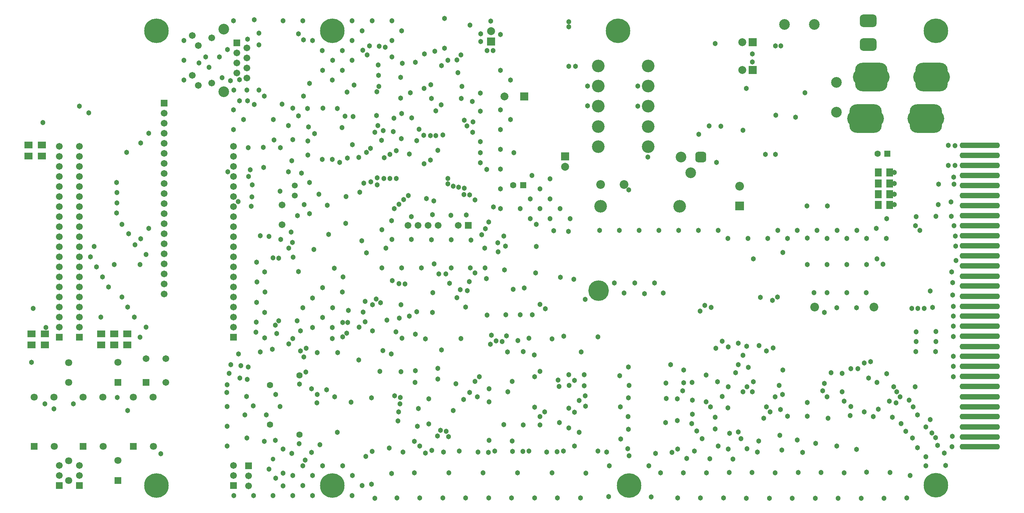
<source format=gbs>
%FSLAX43Y43*%
%MOMM*%
G71*
G01*
G75*
G04 Layer_Color=16711935*
%ADD10C,0.300*%
%ADD11R,1.600X1.800*%
%ADD12R,1.800X1.600*%
%ADD13R,1.000X1.600*%
%ADD14R,5.500X5.400*%
%ADD15R,2.200X0.600*%
%ADD16R,2.200X0.600*%
%ADD17R,0.900X0.950*%
%ADD18R,0.900X0.950*%
%ADD19R,2.400X1.000*%
%ADD20R,2.400X3.300*%
%ADD21R,1.300X0.850*%
G04:AMPARAMS|DCode=22|XSize=1.5mm|YSize=0.25mm|CornerRadius=0mm|HoleSize=0mm|Usage=FLASHONLY|Rotation=315.000|XOffset=0mm|YOffset=0mm|HoleType=Round|Shape=Round|*
%AMOVALD22*
21,1,1.250,0.250,0.000,0.000,315.0*
1,1,0.250,-0.442,0.442*
1,1,0.250,0.442,-0.442*
%
%ADD22OVALD22*%

G04:AMPARAMS|DCode=23|XSize=1.5mm|YSize=0.25mm|CornerRadius=0mm|HoleSize=0mm|Usage=FLASHONLY|Rotation=315.000|XOffset=0mm|YOffset=0mm|HoleType=Round|Shape=Rectangle|*
%AMROTATEDRECTD23*
4,1,4,-0.619,0.442,-0.442,0.619,0.619,-0.442,0.442,-0.619,-0.619,0.442,0.0*
%
%ADD23ROTATEDRECTD23*%

G04:AMPARAMS|DCode=24|XSize=1.5mm|YSize=0.25mm|CornerRadius=0mm|HoleSize=0mm|Usage=FLASHONLY|Rotation=45.000|XOffset=0mm|YOffset=0mm|HoleType=Round|Shape=Round|*
%AMOVALD24*
21,1,1.250,0.250,0.000,0.000,45.0*
1,1,0.250,-0.442,-0.442*
1,1,0.250,0.442,0.442*
%
%ADD24OVALD24*%

%ADD25O,10.000X1.200*%
%ADD26R,0.550X1.450*%
%ADD27R,0.550X1.450*%
%ADD28R,1.550X0.600*%
%ADD29R,7.100X5.500*%
%ADD30R,1.600X1.000*%
%ADD31R,5.500X7.100*%
%ADD32R,1.550X0.600*%
%ADD33R,1.700X0.600*%
%ADD34R,1.700X0.600*%
%ADD35R,0.600X2.200*%
%ADD36R,0.600X2.200*%
%ADD37R,0.850X1.300*%
%ADD38R,4.000X3.000*%
G04:AMPARAMS|DCode=39|XSize=1.55mm|YSize=0.3mm|CornerRadius=0mm|HoleSize=0mm|Usage=FLASHONLY|Rotation=315.000|XOffset=0mm|YOffset=0mm|HoleType=Round|Shape=Rectangle|*
%AMROTATEDRECTD39*
4,1,4,-0.654,0.442,-0.442,0.654,0.654,-0.442,0.442,-0.654,-0.654,0.442,0.0*
%
%ADD39ROTATEDRECTD39*%

G04:AMPARAMS|DCode=40|XSize=1.55mm|YSize=0.3mm|CornerRadius=0mm|HoleSize=0mm|Usage=FLASHONLY|Rotation=45.000|XOffset=0mm|YOffset=0mm|HoleType=Round|Shape=Rectangle|*
%AMROTATEDRECTD40*
4,1,4,-0.442,-0.654,-0.654,-0.442,0.442,0.654,0.654,0.442,-0.442,-0.654,0.0*
%
%ADD40ROTATEDRECTD40*%

G04:AMPARAMS|DCode=41|XSize=1.55mm|YSize=0.3mm|CornerRadius=0mm|HoleSize=0mm|Usage=FLASHONLY|Rotation=315.000|XOffset=0mm|YOffset=0mm|HoleType=Round|Shape=Rectangle|*
%AMROTATEDRECTD41*
4,1,4,-0.654,0.442,-0.442,0.654,0.654,-0.442,0.442,-0.654,-0.654,0.442,0.0*
%
%ADD41ROTATEDRECTD41*%

%ADD42R,2.700X2.500*%
%ADD43R,1.450X0.550*%
%ADD44R,1.450X0.550*%
%ADD45R,1.500X1.500*%
%ADD46R,2.300X2.300*%
%ADD47R,2.400X3.300*%
%ADD48R,2.300X2.300*%
%ADD49C,2.000*%
%ADD50C,1.500*%
%ADD51C,0.600*%
%ADD52C,0.800*%
%ADD53C,1.000*%
%ADD54C,0.400*%
%ADD55C,0.500*%
%ADD56C,0.700*%
%ADD57C,0.250*%
%ADD58C,2.500*%
%ADD59C,2.000*%
G04:AMPARAMS|DCode=60|XSize=2.5mm|YSize=2.5mm|CornerRadius=0.625mm|HoleSize=0mm|Usage=FLASHONLY|Rotation=180.000|XOffset=0mm|YOffset=0mm|HoleType=Round|Shape=RoundedRectangle|*
%AMROUNDEDRECTD60*
21,1,2.500,1.250,0,0,180.0*
21,1,1.250,2.500,0,0,180.0*
1,1,1.250,-0.625,0.625*
1,1,1.250,0.625,0.625*
1,1,1.250,0.625,-0.625*
1,1,1.250,-0.625,-0.625*
%
%ADD60ROUNDEDRECTD60*%
%ADD61C,1.400*%
%ADD62R,1.400X1.400*%
%ADD63R,1.800X1.800*%
%ADD64C,1.800*%
%ADD65R,1.800X1.800*%
%ADD66C,2.600*%
%ADD67R,1.500X1.500*%
%ADD68C,1.500*%
%ADD69C,6.000*%
%ADD70C,4.000*%
%ADD71R,1.600X1.600*%
%ADD72C,1.600*%
%ADD73R,1.600X1.600*%
%ADD74C,5.000*%
%ADD75C,1.300*%
G04:AMPARAMS|DCode=76|XSize=4mm|YSize=3mm|CornerRadius=0.75mm|HoleSize=0mm|Usage=FLASHONLY|Rotation=180.000|XOffset=0mm|YOffset=0mm|HoleType=Round|Shape=RoundedRectangle|*
%AMROUNDEDRECTD76*
21,1,4.000,1.500,0,0,180.0*
21,1,2.500,3.000,0,0,180.0*
1,1,1.500,-1.250,0.750*
1,1,1.500,1.250,0.750*
1,1,1.500,1.250,-0.750*
1,1,1.500,-1.250,-0.750*
%
%ADD76ROUNDEDRECTD76*%
G04:AMPARAMS|DCode=77|XSize=8mm|YSize=7mm|CornerRadius=1.75mm|HoleSize=0mm|Usage=FLASHONLY|Rotation=180.000|XOffset=0mm|YOffset=0mm|HoleType=Round|Shape=RoundedRectangle|*
%AMROUNDEDRECTD77*
21,1,8.000,3.500,0,0,180.0*
21,1,4.500,7.000,0,0,180.0*
1,1,3.500,-2.250,1.750*
1,1,3.500,2.250,1.750*
1,1,3.500,2.250,-1.750*
1,1,3.500,-2.250,-1.750*
%
%ADD77ROUNDEDRECTD77*%
%ADD78R,2.000X2.000*%
%ADD79C,3.000*%
%ADD80C,1.000*%
%ADD81C,1.100*%
%ADD82R,1.803X2.003*%
%ADD83R,2.003X1.803*%
%ADD84R,1.203X1.803*%
%ADD85R,5.703X5.603*%
%ADD86R,2.403X0.803*%
%ADD87R,2.403X0.803*%
%ADD88R,1.103X1.153*%
%ADD89R,1.103X1.153*%
%ADD90R,2.603X1.203*%
%ADD91R,2.603X3.503*%
%ADD92R,1.503X1.053*%
G04:AMPARAMS|DCode=93|XSize=1.703mm|YSize=0.453mm|CornerRadius=0mm|HoleSize=0mm|Usage=FLASHONLY|Rotation=315.000|XOffset=0mm|YOffset=0mm|HoleType=Round|Shape=Round|*
%AMOVALD93*
21,1,1.250,0.453,0.000,0.000,315.0*
1,1,0.453,-0.442,0.442*
1,1,0.453,0.442,-0.442*
%
%ADD93OVALD93*%

G04:AMPARAMS|DCode=94|XSize=1.703mm|YSize=0.453mm|CornerRadius=0mm|HoleSize=0mm|Usage=FLASHONLY|Rotation=315.000|XOffset=0mm|YOffset=0mm|HoleType=Round|Shape=Rectangle|*
%AMROTATEDRECTD94*
4,1,4,-0.762,0.442,-0.442,0.762,0.762,-0.442,0.442,-0.762,-0.762,0.442,0.0*
%
%ADD94ROTATEDRECTD94*%

G04:AMPARAMS|DCode=95|XSize=1.703mm|YSize=0.453mm|CornerRadius=0mm|HoleSize=0mm|Usage=FLASHONLY|Rotation=45.000|XOffset=0mm|YOffset=0mm|HoleType=Round|Shape=Round|*
%AMOVALD95*
21,1,1.250,0.453,0.000,0.000,45.0*
1,1,0.453,-0.442,-0.442*
1,1,0.453,0.442,0.442*
%
%ADD95OVALD95*%

%ADD96O,10.203X1.403*%
%ADD97R,0.753X1.653*%
%ADD98R,0.753X1.653*%
%ADD99R,1.753X0.803*%
%ADD100R,7.303X5.703*%
%ADD101R,1.803X1.203*%
%ADD102R,5.703X7.303*%
%ADD103R,1.753X0.803*%
%ADD104R,1.903X0.803*%
%ADD105R,1.903X0.803*%
%ADD106R,0.803X2.403*%
%ADD107R,0.803X2.403*%
%ADD108R,1.053X1.503*%
%ADD109R,4.203X3.203*%
G04:AMPARAMS|DCode=110|XSize=1.753mm|YSize=0.503mm|CornerRadius=0mm|HoleSize=0mm|Usage=FLASHONLY|Rotation=315.000|XOffset=0mm|YOffset=0mm|HoleType=Round|Shape=Rectangle|*
%AMROTATEDRECTD110*
4,1,4,-0.798,0.442,-0.442,0.798,0.798,-0.442,0.442,-0.798,-0.798,0.442,0.0*
%
%ADD110ROTATEDRECTD110*%

G04:AMPARAMS|DCode=111|XSize=1.753mm|YSize=0.503mm|CornerRadius=0mm|HoleSize=0mm|Usage=FLASHONLY|Rotation=45.000|XOffset=0mm|YOffset=0mm|HoleType=Round|Shape=Rectangle|*
%AMROTATEDRECTD111*
4,1,4,-0.442,-0.798,-0.798,-0.442,0.442,0.798,0.798,0.442,-0.442,-0.798,0.0*
%
%ADD111ROTATEDRECTD111*%

G04:AMPARAMS|DCode=112|XSize=1.753mm|YSize=0.503mm|CornerRadius=0mm|HoleSize=0mm|Usage=FLASHONLY|Rotation=315.000|XOffset=0mm|YOffset=0mm|HoleType=Round|Shape=Rectangle|*
%AMROTATEDRECTD112*
4,1,4,-0.798,0.442,-0.442,0.798,0.798,-0.442,0.442,-0.798,-0.798,0.442,0.0*
%
%ADD112ROTATEDRECTD112*%

%ADD113R,2.903X2.703*%
%ADD114R,1.653X0.753*%
%ADD115R,1.653X0.753*%
%ADD116R,1.703X1.703*%
%ADD117R,2.503X2.503*%
%ADD118R,2.603X3.503*%
%ADD119R,2.503X2.503*%
%ADD120C,2.703*%
%ADD121C,2.203*%
G04:AMPARAMS|DCode=122|XSize=2.703mm|YSize=2.703mm|CornerRadius=0.727mm|HoleSize=0mm|Usage=FLASHONLY|Rotation=180.000|XOffset=0mm|YOffset=0mm|HoleType=Round|Shape=RoundedRectangle|*
%AMROUNDEDRECTD122*
21,1,2.703,1.250,0,0,180.0*
21,1,1.250,2.703,0,0,180.0*
1,1,1.453,-0.625,0.625*
1,1,1.453,0.625,0.625*
1,1,1.453,0.625,-0.625*
1,1,1.453,-0.625,-0.625*
%
%ADD122ROUNDEDRECTD122*%
%ADD123C,1.603*%
%ADD124R,1.603X1.603*%
%ADD125R,2.003X2.003*%
%ADD126C,2.003*%
%ADD127R,2.003X2.003*%
%ADD128C,2.803*%
%ADD129R,1.703X1.703*%
%ADD130C,1.703*%
%ADD131C,6.203*%
%ADD132C,4.203*%
%ADD133R,1.803X1.803*%
%ADD134C,1.803*%
%ADD135R,1.803X1.803*%
%ADD136C,5.203*%
%ADD137C,1.503*%
G04:AMPARAMS|DCode=138|XSize=4.203mm|YSize=3.203mm|CornerRadius=0.852mm|HoleSize=0mm|Usage=FLASHONLY|Rotation=180.000|XOffset=0mm|YOffset=0mm|HoleType=Round|Shape=RoundedRectangle|*
%AMROUNDEDRECTD138*
21,1,4.203,1.500,0,0,180.0*
21,1,2.500,3.203,0,0,180.0*
1,1,1.703,-1.250,0.750*
1,1,1.703,1.250,0.750*
1,1,1.703,1.250,-0.750*
1,1,1.703,-1.250,-0.750*
%
%ADD138ROUNDEDRECTD138*%
G04:AMPARAMS|DCode=139|XSize=8.203mm|YSize=7.203mm|CornerRadius=1.852mm|HoleSize=0mm|Usage=FLASHONLY|Rotation=180.000|XOffset=0mm|YOffset=0mm|HoleType=Round|Shape=RoundedRectangle|*
%AMROUNDEDRECTD139*
21,1,8.203,3.500,0,0,180.0*
21,1,4.500,7.203,0,0,180.0*
1,1,3.703,-2.250,1.750*
1,1,3.703,2.250,1.750*
1,1,3.703,2.250,-1.750*
1,1,3.703,-2.250,-1.750*
%
%ADD139ROUNDEDRECTD139*%
%ADD140R,2.203X2.203*%
%ADD141C,3.203*%
%ADD142C,1.203*%
%ADD143C,1.303*%
D82*
X210812Y84193D02*
D03*
X208012D02*
D03*
X210812Y81393D02*
D03*
X208012D02*
D03*
X210812Y78693D02*
D03*
X208012D02*
D03*
X210812Y75993D02*
D03*
X208012D02*
D03*
D83*
X-3443Y88312D02*
D03*
X-6057Y43388D02*
D03*
Y40588D02*
D03*
X-2657Y43388D02*
D03*
Y40588D02*
D03*
X11509Y43388D02*
D03*
Y40588D02*
D03*
X18125Y43388D02*
D03*
Y40588D02*
D03*
X14817Y43388D02*
D03*
Y40588D02*
D03*
X-6857Y91088D02*
D03*
X-6857Y88288D02*
D03*
X-3443Y91112D02*
D03*
D96*
X233589Y37650D02*
D03*
Y32575D02*
D03*
Y91000D02*
D03*
X233589Y88450D02*
D03*
Y85925D02*
D03*
Y83375D02*
D03*
Y80850D02*
D03*
Y73200D02*
D03*
X233589Y40175D02*
D03*
Y35100D02*
D03*
Y30050D02*
D03*
Y27475D02*
D03*
Y24925D02*
D03*
Y22400D02*
D03*
Y19850D02*
D03*
Y17300D02*
D03*
Y14800D02*
D03*
Y45275D02*
D03*
Y42725D02*
D03*
Y52875D02*
D03*
X233589Y47825D02*
D03*
X233589Y50325D02*
D03*
X233589Y55425D02*
D03*
X233589Y68125D02*
D03*
Y65600D02*
D03*
X233589Y63075D02*
D03*
Y60500D02*
D03*
Y57950D02*
D03*
Y70675D02*
D03*
X233589Y78300D02*
D03*
X233589Y75750D02*
D03*
D116*
X104300Y70808D02*
D03*
X27450Y101700D02*
D03*
X45850Y116945D02*
D03*
D120*
X191800Y121600D02*
D03*
X184300D02*
D03*
X158100Y88100D02*
D03*
X160600Y84100D02*
D03*
X42500Y104600D02*
D03*
Y120400D02*
D03*
X197400Y106900D02*
D03*
Y99400D02*
D03*
D121*
X137800Y81100D02*
D03*
X143700D02*
D03*
X206897Y50112D02*
D03*
X191897D02*
D03*
X172900Y80700D02*
D03*
D122*
X163100Y88100D02*
D03*
D123*
X115688Y80909D02*
D03*
X54190Y30394D02*
D03*
Y20394D02*
D03*
X61690Y17894D02*
D03*
Y32894D02*
D03*
X207799Y88900D02*
D03*
D124*
X118188Y80909D02*
D03*
X210299Y88900D02*
D03*
D125*
X110100Y117300D02*
D03*
X128800Y88200D02*
D03*
D126*
X110100Y119900D02*
D03*
X113500Y103400D02*
D03*
X173600Y117100D02*
D03*
X173600Y110100D02*
D03*
X128800Y85600D02*
D03*
D127*
X118500Y103400D02*
D03*
X176200Y117100D02*
D03*
X176200Y110100D02*
D03*
D129*
X6039Y4991D02*
D03*
X45000Y42500D02*
D03*
Y5000D02*
D03*
X6050Y42500D02*
D03*
X48800Y10000D02*
D03*
X989Y4991D02*
D03*
X22851Y31091D02*
D03*
X1000Y42500D02*
D03*
D130*
X6039Y7531D02*
D03*
Y10071D02*
D03*
X101760Y70808D02*
D03*
X96680D02*
D03*
X94140D02*
D03*
X91600D02*
D03*
X89060D02*
D03*
X45000Y83140D02*
D03*
Y80600D02*
D03*
Y85680D02*
D03*
Y72980D02*
D03*
Y75520D02*
D03*
Y65360D02*
D03*
Y45040D02*
D03*
Y47580D02*
D03*
Y50120D02*
D03*
Y52660D02*
D03*
Y55200D02*
D03*
Y57740D02*
D03*
Y60280D02*
D03*
Y62820D02*
D03*
Y67900D02*
D03*
Y70440D02*
D03*
Y78060D02*
D03*
Y90760D02*
D03*
Y88220D02*
D03*
Y7540D02*
D03*
Y10080D02*
D03*
X6050Y90760D02*
D03*
Y88220D02*
D03*
Y85680D02*
D03*
Y83140D02*
D03*
Y80600D02*
D03*
Y78060D02*
D03*
Y75520D02*
D03*
Y72980D02*
D03*
Y70440D02*
D03*
Y67900D02*
D03*
Y65360D02*
D03*
Y62820D02*
D03*
Y60280D02*
D03*
Y57740D02*
D03*
Y55200D02*
D03*
Y52660D02*
D03*
Y50120D02*
D03*
Y47580D02*
D03*
Y45040D02*
D03*
X27450Y53440D02*
D03*
Y55980D02*
D03*
Y58520D02*
D03*
Y61060D02*
D03*
Y63600D02*
D03*
Y66140D02*
D03*
Y68680D02*
D03*
Y71220D02*
D03*
Y73760D02*
D03*
Y76300D02*
D03*
Y78840D02*
D03*
Y81380D02*
D03*
Y83920D02*
D03*
Y86460D02*
D03*
Y89000D02*
D03*
Y91540D02*
D03*
Y94080D02*
D03*
Y96620D02*
D03*
Y99160D02*
D03*
X48800Y4920D02*
D03*
Y7460D02*
D03*
X1000Y80600D02*
D03*
X989Y10071D02*
D03*
Y7531D02*
D03*
X48400Y115675D02*
D03*
X45850Y114405D02*
D03*
X48400Y113135D02*
D03*
X45850Y111865D02*
D03*
X48400Y110595D02*
D03*
X45850Y109325D02*
D03*
X48400Y108055D02*
D03*
X34600Y118810D02*
D03*
X36120Y116270D02*
D03*
X34600Y108700D02*
D03*
X36120Y106190D02*
D03*
X39500Y106800D02*
D03*
Y118200D02*
D03*
X57300Y70942D02*
D03*
X57300Y75942D02*
D03*
X27851Y31091D02*
D03*
X22851Y37091D02*
D03*
X27851D02*
D03*
X1000Y45040D02*
D03*
Y47580D02*
D03*
Y50120D02*
D03*
Y52660D02*
D03*
Y55200D02*
D03*
Y57740D02*
D03*
Y60280D02*
D03*
Y62820D02*
D03*
Y65360D02*
D03*
Y67900D02*
D03*
Y70440D02*
D03*
Y72980D02*
D03*
X1000Y75520D02*
D03*
X1000Y78060D02*
D03*
Y83140D02*
D03*
Y85680D02*
D03*
Y88220D02*
D03*
Y90760D02*
D03*
D131*
X25550Y120000D02*
D03*
Y5000D02*
D03*
X222500Y120000D02*
D03*
Y5050D02*
D03*
X70000Y120000D02*
D03*
Y5000D02*
D03*
X142200Y120000D02*
D03*
X145000Y5000D02*
D03*
D132*
X223960Y108300D02*
D03*
X218880D02*
D03*
X208720D02*
D03*
X203640D02*
D03*
X222540Y97800D02*
D03*
X217460D02*
D03*
X207300D02*
D03*
X202220D02*
D03*
D133*
X15809Y31103D02*
D03*
Y6303D02*
D03*
D134*
X15809Y36183D02*
D03*
X3309Y31103D02*
D03*
Y36103D02*
D03*
X15809Y11383D02*
D03*
X3309Y6303D02*
D03*
Y11303D02*
D03*
X12083Y14891D02*
D03*
X7003Y27391D02*
D03*
X12003D02*
D03*
X24703D02*
D03*
X19703D02*
D03*
X24783Y14891D02*
D03*
X-397Y27391D02*
D03*
X-5397D02*
D03*
X-317Y14891D02*
D03*
D135*
X7003D02*
D03*
X19703Y14891D02*
D03*
X-5397D02*
D03*
D136*
X137305Y54291D02*
D03*
D137*
X60505Y80849D02*
D03*
Y78349D02*
D03*
D138*
X205400Y116500D02*
D03*
Y122500D02*
D03*
D139*
X221420Y108300D02*
D03*
X206180D02*
D03*
X220000Y97800D02*
D03*
X204760D02*
D03*
D140*
X172900Y75700D02*
D03*
D141*
X137200Y111100D02*
D03*
X149800D02*
D03*
Y106000D02*
D03*
X137200Y100900D02*
D03*
X149800D02*
D03*
X137200Y95800D02*
D03*
X149800D02*
D03*
X137200Y90700D02*
D03*
X149800D02*
D03*
X137200Y106000D02*
D03*
X157800Y75600D02*
D03*
X137800D02*
D03*
D142*
X55000Y11700D02*
D03*
D143*
X221400Y106000D02*
D03*
X221300Y110500D02*
D03*
X220100Y95700D02*
D03*
X219900Y100100D02*
D03*
X204800Y95700D02*
D03*
X204700Y100000D02*
D03*
X206000Y106000D02*
D03*
X206100Y110600D02*
D03*
X189900Y75700D02*
D03*
X206800Y116600D02*
D03*
X204000Y122500D02*
D03*
X206800D02*
D03*
X204000Y116600D02*
D03*
X179400Y88700D02*
D03*
X182100Y98600D02*
D03*
X173800Y94800D02*
D03*
X147200Y100900D02*
D03*
Y106000D02*
D03*
X129700Y111000D02*
D03*
X131400D02*
D03*
X144900Y79800D02*
D03*
X149700Y88100D02*
D03*
X110599Y115000D02*
D03*
X227400Y85925D02*
D03*
X225700Y91000D02*
D03*
X59700Y13150D02*
D03*
X61100Y46650D02*
D03*
X52550Y90500D02*
D03*
X43300Y28550D02*
D03*
X48250Y27500D02*
D03*
X43400Y24950D02*
D03*
X47850Y22900D02*
D03*
X53300Y22850D02*
D03*
X48350Y17000D02*
D03*
X43400Y20000D02*
D03*
Y15000D02*
D03*
X96600Y31950D02*
D03*
X86900Y47350D02*
D03*
X83800Y46800D02*
D03*
X104100Y54250D02*
D03*
X89400Y88850D02*
D03*
X96600Y89750D02*
D03*
X98350Y115600D02*
D03*
X98300Y123150D02*
D03*
X109050Y48100D02*
D03*
X132850Y38800D02*
D03*
X158750Y31000D02*
D03*
X158799Y34250D02*
D03*
X153600Y53650D02*
D03*
X137501Y69500D02*
D03*
X142501D02*
D03*
X147500Y69550D02*
D03*
X152500Y69500D02*
D03*
X157551Y69500D02*
D03*
X162501D02*
D03*
X167501D02*
D03*
X170000Y67500D02*
D03*
X175000D02*
D03*
X179999Y67500D02*
D03*
X182551Y69500D02*
D03*
X184999Y67500D02*
D03*
X187500Y69500D02*
D03*
X189999Y67550D02*
D03*
X192500Y69550D02*
D03*
X195050Y67500D02*
D03*
X210000D02*
D03*
X207500Y70000D02*
D03*
X205000Y67500D02*
D03*
X202551Y69500D02*
D03*
X200050Y67500D02*
D03*
X197551Y69500D02*
D03*
X210050Y72500D02*
D03*
X209200Y60950D02*
D03*
X205050Y60850D02*
D03*
X200000Y60900D02*
D03*
X195000D02*
D03*
X190050D02*
D03*
X204950Y53750D02*
D03*
X200000D02*
D03*
X195050D02*
D03*
X202500Y49950D02*
D03*
X197450D02*
D03*
X171900Y33500D02*
D03*
X193950Y29000D02*
D03*
X189999Y26000D02*
D03*
X190000Y22500D02*
D03*
X184999Y22500D02*
D03*
X224999Y10050D02*
D03*
X219999Y10000D02*
D03*
X226599Y14800D02*
D03*
X226699Y17450D02*
D03*
X222550Y43950D02*
D03*
X217500Y43900D02*
D03*
X222550Y41400D02*
D03*
X217500D02*
D03*
X222450Y38900D02*
D03*
X217450D02*
D03*
X221700Y50050D02*
D03*
X221100Y54150D02*
D03*
X226800Y53200D02*
D03*
X118100Y13600D02*
D03*
X129750Y33000D02*
D03*
X129800Y30350D02*
D03*
X118200Y38900D02*
D03*
X114000Y42850D02*
D03*
X120550Y48200D02*
D03*
X117500D02*
D03*
X113800Y48200D02*
D03*
X118500Y54950D02*
D03*
X127600Y57650D02*
D03*
X113750Y65500D02*
D03*
X113350Y68100D02*
D03*
X120450Y83400D02*
D03*
X125000Y82550D02*
D03*
X122500Y80000D02*
D03*
X125000Y77450D02*
D03*
X120000Y77500D02*
D03*
Y72500D02*
D03*
X125000Y72500D02*
D03*
X130050Y72500D02*
D03*
X127500Y75050D02*
D03*
X122450Y75000D02*
D03*
X117500D02*
D03*
X112500Y119050D02*
D03*
X107450Y119200D02*
D03*
X110000Y122400D02*
D03*
X115050Y97500D02*
D03*
X115000Y107500D02*
D03*
X112500Y110000D02*
D03*
Y100000D02*
D03*
X112500Y95000D02*
D03*
Y90000D02*
D03*
Y85000D02*
D03*
Y75000D02*
D03*
X112500Y80000D02*
D03*
X103850Y73450D02*
D03*
X95250Y73500D02*
D03*
X99950Y73300D02*
D03*
X89950Y73000D02*
D03*
X82500Y69650D02*
D03*
X84950Y72000D02*
D03*
X85000Y67200D02*
D03*
X89950Y67200D02*
D03*
X95000Y67150D02*
D03*
X100000D02*
D03*
X105000Y67050D02*
D03*
X113450Y59500D02*
D03*
X108550Y60000D02*
D03*
X104850Y60000D02*
D03*
X100000D02*
D03*
X92500Y60050D02*
D03*
X87500D02*
D03*
X82500Y60000D02*
D03*
X91300Y48950D02*
D03*
X78300Y46400D02*
D03*
X74050Y49300D02*
D03*
X78300Y51550D02*
D03*
X70000Y44950D02*
D03*
X70050Y50000D02*
D03*
X67550Y47500D02*
D03*
X65000Y44950D02*
D03*
X62500Y50000D02*
D03*
X65000Y52450D02*
D03*
X67550Y55000D02*
D03*
X32500Y107500D02*
D03*
X32500Y117500D02*
D03*
Y112500D02*
D03*
X71200Y100350D02*
D03*
X67600Y100400D02*
D03*
X63700Y100350D02*
D03*
X60000Y100450D02*
D03*
X57300Y101450D02*
D03*
X52800Y103500D02*
D03*
X63800Y92150D02*
D03*
X63950Y95700D02*
D03*
X58900Y96000D02*
D03*
X55050Y97500D02*
D03*
X45050Y105000D02*
D03*
X47550Y97500D02*
D03*
X45000Y100000D02*
D03*
X45000Y95000D02*
D03*
X48700Y90450D02*
D03*
X51750Y68200D02*
D03*
X52800Y16200D02*
D03*
X54000Y9150D02*
D03*
X45050Y2500D02*
D03*
X50050D02*
D03*
X55000D02*
D03*
X57500Y4950D02*
D03*
X60000Y2500D02*
D03*
Y7500D02*
D03*
X62500Y10000D02*
D03*
Y5000D02*
D03*
X64950Y2500D02*
D03*
X65000Y7550D02*
D03*
X67500Y10000D02*
D03*
X72550Y10000D02*
D03*
X75050Y7500D02*
D03*
X77500Y5000D02*
D03*
X75000Y2500D02*
D03*
X66800Y15350D02*
D03*
X61600Y15550D02*
D03*
X43900Y33400D02*
D03*
X46600Y32150D02*
D03*
X55950Y43400D02*
D03*
X52850Y42300D02*
D03*
X51800Y38800D02*
D03*
X50650Y43800D02*
D03*
X50750Y46300D02*
D03*
X52900Y48800D02*
D03*
X50800Y51350D02*
D03*
X52950Y53900D02*
D03*
X50900Y56450D02*
D03*
X52900Y59000D02*
D03*
X50850Y61500D02*
D03*
X61450Y59100D02*
D03*
X59900Y66450D02*
D03*
X64200Y73750D02*
D03*
X52600Y85450D02*
D03*
X59700Y87150D02*
D03*
X62150Y84000D02*
D03*
X58850Y84300D02*
D03*
X49650Y78000D02*
D03*
X49700Y81000D02*
D03*
X48550Y102300D02*
D03*
X48400Y104950D02*
D03*
X48550Y117900D02*
D03*
X65000Y117500D02*
D03*
X67450Y115000D02*
D03*
X85050Y117500D02*
D03*
X87500Y120000D02*
D03*
X85000Y122500D02*
D03*
X75000Y122550D02*
D03*
X80000Y122500D02*
D03*
X77500Y120000D02*
D03*
X75000Y117500D02*
D03*
X72500Y115000D02*
D03*
X67500Y110000D02*
D03*
X70050Y112500D02*
D03*
X75000D02*
D03*
X72500Y110000D02*
D03*
X70000Y107500D02*
D03*
X73700Y104500D02*
D03*
X75050Y91200D02*
D03*
X69950Y87500D02*
D03*
X67450D02*
D03*
X63750Y88600D02*
D03*
X60000Y92500D02*
D03*
X64200Y106650D02*
D03*
X57500Y122500D02*
D03*
X62500D02*
D03*
X45000D02*
D03*
X42150Y108100D02*
D03*
X38800Y110750D02*
D03*
X38000Y113400D02*
D03*
X41400D02*
D03*
X43500Y115200D02*
D03*
X55250Y92400D02*
D03*
X55550Y16400D02*
D03*
X55700Y28050D02*
D03*
X66150D02*
D03*
Y38600D02*
D03*
X71350D02*
D03*
X83550Y65000D02*
D03*
X108500D02*
D03*
X75450Y106300D02*
D03*
X81700Y105900D02*
D03*
X93150Y105450D02*
D03*
X227450Y68100D02*
D03*
X59550Y69100D02*
D03*
X53950Y68000D02*
D03*
X54800Y39500D02*
D03*
X63400Y39700D02*
D03*
X63150Y11450D02*
D03*
X65450Y93950D02*
D03*
X62850Y76050D02*
D03*
X46500Y102250D02*
D03*
X77750Y48900D02*
D03*
X82200Y51250D02*
D03*
X108950Y57350D02*
D03*
X110650Y75450D02*
D03*
X85650Y75050D02*
D03*
X77900Y81450D02*
D03*
X64250Y81600D02*
D03*
X61150Y73250D02*
D03*
X80100Y50750D02*
D03*
Y44100D02*
D03*
X26650Y13050D02*
D03*
X46200Y76800D02*
D03*
X46300Y38300D02*
D03*
X62800Y37500D02*
D03*
X63250Y33700D02*
D03*
X81950Y33900D02*
D03*
X43350Y30450D02*
D03*
X92050Y15000D02*
D03*
X49450Y75600D02*
D03*
X48450Y31800D02*
D03*
X64750Y29500D02*
D03*
X55000Y62550D02*
D03*
X55550Y45550D02*
D03*
X56450Y46650D02*
D03*
Y62500D02*
D03*
X56750Y25007D02*
D03*
X56900Y67250D02*
D03*
X55650Y6900D02*
D03*
X60000Y42150D02*
D03*
X60021Y62779D02*
D03*
X58950Y40800D02*
D03*
Y65050D02*
D03*
X56850Y90400D02*
D03*
X93200Y86350D02*
D03*
X97900Y93650D02*
D03*
X95650Y76950D02*
D03*
X86850Y76150D02*
D03*
X79700Y81800D02*
D03*
X93800Y77550D02*
D03*
X88000Y77300D02*
D03*
X81300Y81050D02*
D03*
X107700Y68450D02*
D03*
X96900Y58500D02*
D03*
X85100Y56800D02*
D03*
X81050Y52150D02*
D03*
X98700Y58550D02*
D03*
X86850Y56050D02*
D03*
X87300Y50750D02*
D03*
X108700Y69900D02*
D03*
X107500Y117300D02*
D03*
X109500Y71600D02*
D03*
X71850Y86700D02*
D03*
X8400Y99250D02*
D03*
X6050Y100950D02*
D03*
X50200Y101350D02*
D03*
Y122800D02*
D03*
X36300Y111850D02*
D03*
X51400Y116450D02*
D03*
X46550Y107600D02*
D03*
X61450Y98450D02*
D03*
Y119250D02*
D03*
X82750Y39100D02*
D03*
X97600Y39250D02*
D03*
X61950Y44100D02*
D03*
Y39000D02*
D03*
X84900Y38300D02*
D03*
X81300Y82800D02*
D03*
X89200Y78350D02*
D03*
X106050Y77200D02*
D03*
X106050Y58750D02*
D03*
X88350Y55950D02*
D03*
X73900Y46200D02*
D03*
X73600Y43550D02*
D03*
X86050Y43900D02*
D03*
X72550Y46200D02*
D03*
Y42600D02*
D03*
X91000Y43300D02*
D03*
X89450Y47800D02*
D03*
X95300Y48750D02*
D03*
X56800Y79450D02*
D03*
X57550Y14250D02*
D03*
X57500Y8100D02*
D03*
X43550Y84350D02*
D03*
X44350Y35600D02*
D03*
X76750Y45050D02*
D03*
X76650Y36750D02*
D03*
X50000Y25150D02*
D03*
X101450Y52500D02*
D03*
X102300Y54500D02*
D03*
X104600Y56600D02*
D03*
X99600Y56100D02*
D03*
X51450Y104950D02*
D03*
X51400Y119400D02*
D03*
X62650Y103500D02*
D03*
Y117700D02*
D03*
X44200Y107350D02*
D03*
X95400Y53800D02*
D03*
X95700Y61050D02*
D03*
X46850Y35300D02*
D03*
X49250Y84850D02*
D03*
X48800Y83150D02*
D03*
X48750Y35000D02*
D03*
X83050Y87900D02*
D03*
X83000Y82650D02*
D03*
X84550Y88700D02*
D03*
Y82650D02*
D03*
X86100Y89700D02*
D03*
Y82650D02*
D03*
X104650Y78500D02*
D03*
X103250Y78600D02*
D03*
X103300Y80150D02*
D03*
X101900Y80450D02*
D03*
X100500Y80700D02*
D03*
X99200Y81250D02*
D03*
X99150Y82600D02*
D03*
X61700Y30650D02*
D03*
X218450Y69500D02*
D03*
X217400Y70700D02*
D03*
X227150D02*
D03*
X227500Y65550D02*
D03*
X111750Y66350D02*
D03*
X111900Y64100D02*
D03*
X121400Y58800D02*
D03*
X131000Y57150D02*
D03*
X129650Y69250D02*
D03*
X226800Y56300D02*
D03*
X191750Y53800D02*
D03*
X219550Y49750D02*
D03*
X217950Y49800D02*
D03*
X216400D02*
D03*
X182500Y52700D02*
D03*
X178200Y52550D02*
D03*
X181200Y51800D02*
D03*
X194350Y48750D02*
D03*
X226950Y50300D02*
D03*
X164150Y50550D02*
D03*
X165750Y50050D02*
D03*
X226900Y47800D02*
D03*
X162950Y49150D02*
D03*
X226900Y45300D02*
D03*
Y42700D02*
D03*
Y37650D02*
D03*
X112900Y41400D02*
D03*
X119650Y42250D02*
D03*
X226900Y35150D02*
D03*
X166900Y39750D02*
D03*
X168550Y41450D02*
D03*
X125500Y8200D02*
D03*
Y42100D02*
D03*
X155500Y35600D02*
D03*
X172550D02*
D03*
Y41000D02*
D03*
X226900Y32500D02*
D03*
X206000Y36300D02*
D03*
X177850Y40350D02*
D03*
X204450Y36000D02*
D03*
X201050Y34550D02*
D03*
X198800Y33400D02*
D03*
X194350Y30850D02*
D03*
X183250Y24250D02*
D03*
X195000Y27450D02*
D03*
X217300Y30000D02*
D03*
X215750Y26600D02*
D03*
X216750Y24900D02*
D03*
X217900Y22850D02*
D03*
X220000Y19850D02*
D03*
X-3200Y96750D02*
D03*
X23600Y94100D02*
D03*
X23550Y70000D02*
D03*
X21550Y91600D02*
D03*
Y67400D02*
D03*
X18000Y89250D02*
D03*
X9750Y65450D02*
D03*
X15450Y81600D02*
D03*
X8800Y62850D02*
D03*
X15500Y79050D02*
D03*
X10350Y60300D02*
D03*
X15500Y76500D02*
D03*
X11850Y57750D02*
D03*
X15450Y73900D02*
D03*
X13450Y55200D02*
D03*
X16790Y52660D02*
D03*
X16800Y71050D02*
D03*
X-350Y24400D02*
D03*
X-2650Y25700D02*
D03*
X-6050Y36200D02*
D03*
X-2400Y44950D02*
D03*
X-5650Y49800D02*
D03*
X18500Y68650D02*
D03*
X18250Y50100D02*
D03*
X11500Y47550D02*
D03*
X20100Y65850D02*
D03*
X19900Y47600D02*
D03*
X22850Y63450D02*
D03*
Y45050D02*
D03*
X14850Y60850D02*
D03*
X21400Y60900D02*
D03*
Y42500D02*
D03*
X87450Y92750D02*
D03*
X154299Y30900D02*
D03*
X154350Y27000D02*
D03*
X175099Y34850D02*
D03*
X160899Y31050D02*
D03*
X160950Y26600D02*
D03*
X107400Y104250D02*
D03*
X75200Y98300D02*
D03*
X87527Y99077D02*
D03*
X87650Y111750D02*
D03*
X87250Y102950D02*
D03*
X89709Y104300D02*
D03*
X87200Y108250D02*
D03*
X72500Y53900D02*
D03*
X73400Y78100D02*
D03*
X18200Y24000D02*
D03*
X109050Y115000D02*
D03*
X81200Y104550D02*
D03*
X81500Y96000D02*
D03*
X81150Y98550D02*
D03*
X82800Y94750D02*
D03*
X91900Y95100D02*
D03*
X93250Y114100D02*
D03*
X94900Y106319D02*
D03*
X133950Y25100D02*
D03*
X100550Y24000D02*
D03*
X103700Y50150D02*
D03*
X104700Y28550D02*
D03*
X79900Y5350D02*
D03*
X81800Y116050D02*
D03*
X80700Y94300D02*
D03*
X107393Y99693D02*
D03*
X96150Y99750D02*
D03*
Y93450D02*
D03*
X64750Y13400D02*
D03*
X84950Y8050D02*
D03*
X87800Y13500D02*
D03*
X104000Y95950D02*
D03*
X103300Y97350D02*
D03*
X102550Y102850D02*
D03*
X101750Y109400D02*
D03*
X102500Y113900D02*
D03*
X101450Y112600D02*
D03*
X99200Y112500D02*
D03*
X79600Y90300D02*
D03*
X79400Y116150D02*
D03*
X78600Y89250D02*
D03*
X78800Y113900D02*
D03*
X170050Y40050D02*
D03*
X164450Y32900D02*
D03*
X165550Y24900D02*
D03*
X163400Y16850D02*
D03*
X226500Y59050D02*
D03*
X97300Y19000D02*
D03*
X98750Y18700D02*
D03*
X132400Y26500D02*
D03*
Y18500D02*
D03*
X96600Y34600D02*
D03*
X182900Y30300D02*
D03*
X95850Y114850D02*
D03*
X95000Y102850D02*
D03*
X121500Y71000D02*
D03*
X121562Y65462D02*
D03*
X125900Y69400D02*
D03*
X127050Y31650D02*
D03*
X105450Y94300D02*
D03*
X107100Y32550D02*
D03*
X107400Y91950D02*
D03*
Y86600D02*
D03*
Y89200D02*
D03*
X123850Y49700D02*
D03*
X123650Y23650D02*
D03*
X115450Y31350D02*
D03*
Y16250D02*
D03*
X99350Y17350D02*
D03*
X99400Y8200D02*
D03*
X109550Y26200D02*
D03*
Y16400D02*
D03*
X90700Y16150D02*
D03*
Y8200D02*
D03*
X91000Y34000D02*
D03*
X122500Y33850D02*
D03*
X122450Y22400D02*
D03*
X122500Y50800D02*
D03*
X176400Y62350D02*
D03*
Y31250D02*
D03*
X179000Y22000D02*
D03*
X206700Y22450D02*
D03*
X207600Y62350D02*
D03*
X207650Y31050D02*
D03*
X180600Y23600D02*
D03*
X181350Y39800D02*
D03*
X204450Y23650D02*
D03*
X179700Y39000D02*
D03*
Y24900D02*
D03*
X121100Y32550D02*
D03*
Y24850D02*
D03*
X121050Y38000D02*
D03*
X201050Y24950D02*
D03*
X70000Y42200D02*
D03*
X68500Y29200D02*
D03*
X85750Y27650D02*
D03*
X87300Y33800D02*
D03*
X87550Y42250D02*
D03*
X93500Y13200D02*
D03*
Y42100D02*
D03*
X102050Y13700D02*
D03*
X102450Y42150D02*
D03*
X225700Y85900D02*
D03*
X110200Y43000D02*
D03*
X227589Y61875D02*
D03*
X131150Y31600D02*
D03*
Y23550D02*
D03*
Y15000D02*
D03*
X183850Y63950D02*
D03*
Y34250D02*
D03*
X127250Y30050D02*
D03*
X127350Y20900D02*
D03*
X154250D02*
D03*
X158550Y28950D02*
D03*
X77700Y115100D02*
D03*
X76650Y88000D02*
D03*
X111350Y41550D02*
D03*
X227350Y90950D02*
D03*
X111050Y13700D02*
D03*
X108100Y8250D02*
D03*
X109950Y40750D02*
D03*
X167350Y31250D02*
D03*
X170050Y30000D02*
D03*
X116900Y41700D02*
D03*
X116800Y8200D02*
D03*
X119650Y13750D02*
D03*
X168550Y27500D02*
D03*
X164450Y26200D02*
D03*
X170050Y14250D02*
D03*
X174750Y14300D02*
D03*
X174800Y30000D02*
D03*
X176150Y28700D02*
D03*
X159550Y11850D02*
D03*
X160800Y20650D02*
D03*
X165400Y11800D02*
D03*
X166700Y19300D02*
D03*
X171200Y11650D02*
D03*
X172600Y18550D02*
D03*
X181900Y27400D02*
D03*
X199300Y26300D02*
D03*
X210100Y33250D02*
D03*
X205550Y32200D02*
D03*
X210800Y26300D02*
D03*
X211850Y30000D02*
D03*
X212600Y28700D02*
D03*
X213500Y27450D02*
D03*
X170300Y8300D02*
D03*
X176050D02*
D03*
X181900Y8250D02*
D03*
X187700Y8300D02*
D03*
X221100Y21650D02*
D03*
X213750Y20700D02*
D03*
X221500Y18300D02*
D03*
X214900Y18700D02*
D03*
X222450Y17150D02*
D03*
X216650Y17050D02*
D03*
X193500Y8300D02*
D03*
X199323Y8250D02*
D03*
X205000Y8350D02*
D03*
X210900Y8300D02*
D03*
X223000Y15150D02*
D03*
X217900Y14550D02*
D03*
X224650Y13200D02*
D03*
X220000Y12250D02*
D03*
X15650Y27300D02*
D03*
X4550Y25700D02*
D03*
X227000Y83000D02*
D03*
X227150Y81200D02*
D03*
X223250D02*
D03*
X223100Y76050D02*
D03*
X155800Y13400D02*
D03*
X137100Y13700D02*
D03*
Y42600D02*
D03*
X212050Y84200D02*
D03*
Y81400D02*
D03*
Y78700D02*
D03*
Y76000D02*
D03*
X164500Y8200D02*
D03*
X158700Y8250D02*
D03*
X152950D02*
D03*
X134100Y8150D02*
D03*
X128450Y42750D02*
D03*
X128400Y13750D02*
D03*
X72400Y95500D02*
D03*
X93100Y93550D02*
D03*
X73200Y98400D02*
D03*
X73750Y87800D02*
D03*
X94750Y87300D02*
D03*
X94800Y93500D02*
D03*
X109000Y84900D02*
D03*
X198800Y28700D02*
D03*
X173800D02*
D03*
X173750Y37950D02*
D03*
X114300Y28700D02*
D03*
X114250Y38800D02*
D03*
X106000Y31300D02*
D03*
X103150Y26800D02*
D03*
X101250Y30700D02*
D03*
X86750Y23650D02*
D03*
X94350Y26900D02*
D03*
Y20600D02*
D03*
X91700Y24450D02*
D03*
X91500Y20000D02*
D03*
X95150Y13850D02*
D03*
X115850Y89200D02*
D03*
X115700Y54650D02*
D03*
X74700Y26100D02*
D03*
X86600Y21350D02*
D03*
X87050Y25650D02*
D03*
X72700Y57750D02*
D03*
X78600Y63850D02*
D03*
X77450Y66900D02*
D03*
X73350Y71300D02*
D03*
X69000Y68500D02*
D03*
X65279Y64650D02*
D03*
X70500Y59950D02*
D03*
X226350Y76700D02*
D03*
X226399Y73050D02*
D03*
X222499D02*
D03*
X217550Y73000D02*
D03*
X151400Y56200D02*
D03*
X148850Y53550D02*
D03*
X146400Y56200D02*
D03*
X143750Y53650D02*
D03*
X141250Y56250D02*
D03*
X133900Y52100D02*
D03*
X144800Y27200D02*
D03*
X144700Y22400D02*
D03*
X142750Y24900D02*
D03*
X144800Y35000D02*
D03*
X145000Y30350D02*
D03*
X142600Y32750D02*
D03*
X150600Y2100D02*
D03*
X157299Y1850D02*
D03*
X162999D02*
D03*
X168899D02*
D03*
X174650Y1800D02*
D03*
X180450D02*
D03*
X186250D02*
D03*
X192050D02*
D03*
X197850D02*
D03*
X203650D02*
D03*
X209450D02*
D03*
X215199Y1850D02*
D03*
X216050Y7500D02*
D03*
X212499Y25950D02*
D03*
X211499Y22250D02*
D03*
X207950Y24300D02*
D03*
X200850Y22700D02*
D03*
X202499Y14150D02*
D03*
X197499Y14950D02*
D03*
X192150Y15700D02*
D03*
X188799Y13400D02*
D03*
X187499Y16550D02*
D03*
X183600Y14000D02*
D03*
X183100Y17700D02*
D03*
X177750Y16300D02*
D03*
X177399Y13500D02*
D03*
X173299Y16850D02*
D03*
X170399Y18200D02*
D03*
X167499Y15000D02*
D03*
X161499Y13750D02*
D03*
X162100Y18800D02*
D03*
X195250Y22050D02*
D03*
X183750Y28000D02*
D03*
X202800Y34550D02*
D03*
X196050Y33500D02*
D03*
X169999Y24650D02*
D03*
X166700Y22300D02*
D03*
X160950Y23000D02*
D03*
X157199Y26900D02*
D03*
X157150Y21400D02*
D03*
X157299Y14250D02*
D03*
X150000Y10000D02*
D03*
X140000D02*
D03*
X139850Y2200D02*
D03*
X145000Y12500D02*
D03*
X139300Y13450D02*
D03*
X151650Y13100D02*
D03*
X144800Y19200D02*
D03*
X144650Y14300D02*
D03*
X142850Y16800D02*
D03*
X133600Y33050D02*
D03*
X133650Y30200D02*
D03*
X133900Y27650D02*
D03*
X129750Y24600D02*
D03*
Y19600D02*
D03*
X126800Y13550D02*
D03*
X124150Y13500D02*
D03*
X115500Y13600D02*
D03*
X109400Y13350D02*
D03*
X106800Y13450D02*
D03*
X98100Y13500D02*
D03*
X113350Y20400D02*
D03*
X118200Y20300D02*
D03*
X122500Y20300D02*
D03*
X106600Y27450D02*
D03*
X109550Y29500D02*
D03*
X90900Y31050D02*
D03*
X96550Y17500D02*
D03*
X84400Y14500D02*
D03*
X132700Y1850D02*
D03*
X126900Y1900D02*
D03*
X121100Y1850D02*
D03*
X115300D02*
D03*
X109500D02*
D03*
X103700D02*
D03*
X97900D02*
D03*
X92100D02*
D03*
X86300D02*
D03*
X80750Y1800D02*
D03*
X80000Y13650D02*
D03*
X71200Y18450D02*
D03*
X66100Y25950D02*
D03*
X70600Y27450D02*
D03*
X79900Y27200D02*
D03*
X87150Y27300D02*
D03*
X76900Y79200D02*
D03*
X66550Y78700D02*
D03*
X68700Y75850D02*
D03*
X91300Y92200D02*
D03*
X82450Y92300D02*
D03*
X85350Y94500D02*
D03*
X174700Y40200D02*
D03*
X81550Y111300D02*
D03*
X91000Y112000D02*
D03*
X90000Y98000D02*
D03*
X85550Y97900D02*
D03*
X97450Y101300D02*
D03*
X105550Y96950D02*
D03*
X105350Y102150D02*
D03*
X102750Y105950D02*
D03*
X97550Y111200D02*
D03*
X81650Y108700D02*
D03*
X85000Y113400D02*
D03*
X83350Y115850D02*
D03*
X78447Y12353D02*
D03*
X104750Y121450D02*
D03*
X129700Y122300D02*
D03*
Y121000D02*
D03*
X134500Y106000D02*
D03*
Y101000D02*
D03*
X182000Y116200D02*
D03*
X183300D02*
D03*
X182000Y88700D02*
D03*
X167100Y86700D02*
D03*
X162600Y93800D02*
D03*
X174650Y105450D02*
D03*
X166700Y116800D02*
D03*
X168150Y95850D02*
D03*
X165200Y95900D02*
D03*
X176100Y114100D02*
D03*
Y112100D02*
D03*
X189400Y104300D02*
D03*
X187100Y98100D02*
D03*
X195100Y75700D02*
D03*
M02*

</source>
